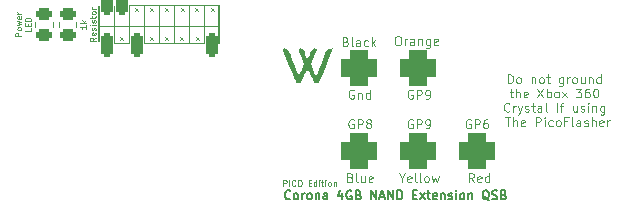
<source format=gto>
%TF.GenerationSoftware,KiCad,Pcbnew,(6.0.1)*%
%TF.CreationDate,2022-03-08T01:07:32-07:00*%
%TF.ProjectId,MShaw_PICO_4gbNandExtensionQSB_V2.5,4d536861-775f-4504-9943-4f5f3467624e,rev?*%
%TF.SameCoordinates,Original*%
%TF.FileFunction,Legend,Top*%
%TF.FilePolarity,Positive*%
%FSLAX46Y46*%
G04 Gerber Fmt 4.6, Leading zero omitted, Abs format (unit mm)*
G04 Created by KiCad (PCBNEW (6.0.1)) date 2022-03-08 01:07:32*
%MOMM*%
%LPD*%
G01*
G04 APERTURE LIST*
G04 Aperture macros list*
%AMRoundRect*
0 Rectangle with rounded corners*
0 $1 Rounding radius*
0 $2 $3 $4 $5 $6 $7 $8 $9 X,Y pos of 4 corners*
0 Add a 4 corners polygon primitive as box body*
4,1,4,$2,$3,$4,$5,$6,$7,$8,$9,$2,$3,0*
0 Add four circle primitives for the rounded corners*
1,1,$1+$1,$2,$3*
1,1,$1+$1,$4,$5*
1,1,$1+$1,$6,$7*
1,1,$1+$1,$8,$9*
0 Add four rect primitives between the rounded corners*
20,1,$1+$1,$2,$3,$4,$5,0*
20,1,$1+$1,$4,$5,$6,$7,0*
20,1,$1+$1,$6,$7,$8,$9,0*
20,1,$1+$1,$8,$9,$2,$3,0*%
G04 Aperture macros list end*
%ADD10C,0.100000*%
%ADD11C,0.150000*%
%ADD12C,0.075000*%
%ADD13C,0.080000*%
%ADD14C,0.093750*%
%ADD15C,0.120000*%
%ADD16RoundRect,0.250000X0.450000X-0.262500X0.450000X0.262500X-0.450000X0.262500X-0.450000X-0.262500X0*%
%ADD17RoundRect,0.250000X0.250000X-0.750000X0.250000X0.750000X-0.250000X0.750000X-0.250000X-0.750000X0*%
%ADD18RoundRect,0.750000X0.750000X-0.750000X0.750000X0.750000X-0.750000X0.750000X-0.750000X-0.750000X0*%
G04 APERTURE END LIST*
D10*
X135235000Y-96150000D02*
X135485000Y-95900000D01*
X139070000Y-95900000D02*
X139320000Y-96150000D01*
X134750000Y-98900000D02*
X139835000Y-98900000D01*
X140370000Y-95900000D02*
X140620000Y-96150000D01*
X133480000Y-98900000D02*
X133485000Y-95675000D01*
X137785000Y-98400000D02*
X138035000Y-98650000D01*
X132695000Y-98400000D02*
X132945000Y-98650000D01*
X137785000Y-98650000D02*
X138035000Y-98400000D01*
D11*
X130940000Y-98720000D02*
X130940000Y-95700000D01*
D10*
X136535000Y-96150000D02*
X136785000Y-95900000D01*
X133985000Y-96150000D02*
X134235000Y-95900000D01*
X138560000Y-98900000D02*
X138560000Y-95700000D01*
X132210000Y-98800000D02*
X132210000Y-95700000D01*
D11*
X141100000Y-98900000D02*
X141090000Y-95710000D01*
D10*
X136535000Y-95900000D02*
X136785000Y-96150000D01*
X137820000Y-95900000D02*
X138070000Y-96150000D01*
X135260000Y-98650000D02*
X135510000Y-98400000D01*
X135235000Y-95900000D02*
X135485000Y-96150000D01*
X133985000Y-95900000D02*
X134235000Y-96150000D01*
X139125000Y-98650000D02*
X139375000Y-98400000D01*
X139070000Y-96150000D02*
X139320000Y-95900000D01*
X130960000Y-97400000D02*
X141100000Y-97400000D01*
X135260000Y-98400000D02*
X135510000Y-98650000D01*
X132210000Y-98900000D02*
X133480000Y-98900000D01*
X137290000Y-98800000D02*
X137290000Y-95675000D01*
X136020000Y-98900000D02*
X136010000Y-95680000D01*
X139125000Y-98400000D02*
X139375000Y-98650000D01*
X137820000Y-96150000D02*
X138070000Y-95900000D01*
X132695000Y-98650000D02*
X132945000Y-98400000D01*
X136510000Y-98400000D02*
X136760000Y-98650000D01*
X136510000Y-98650000D02*
X136760000Y-98400000D01*
X134750000Y-98900000D02*
X134750000Y-95675000D01*
X140370000Y-96150000D02*
X140620000Y-95900000D01*
X141110000Y-95680000D02*
X133510000Y-95675000D01*
X139835000Y-98900000D02*
X139830000Y-95700000D01*
X157464285Y-105375000D02*
X157392857Y-105339285D01*
X157285714Y-105339285D01*
X157178571Y-105375000D01*
X157107142Y-105446428D01*
X157071428Y-105517857D01*
X157035714Y-105660714D01*
X157035714Y-105767857D01*
X157071428Y-105910714D01*
X157107142Y-105982142D01*
X157178571Y-106053571D01*
X157285714Y-106089285D01*
X157357142Y-106089285D01*
X157464285Y-106053571D01*
X157500000Y-106017857D01*
X157500000Y-105767857D01*
X157357142Y-105767857D01*
X157821428Y-106089285D02*
X157821428Y-105339285D01*
X158107142Y-105339285D01*
X158178571Y-105375000D01*
X158214285Y-105410714D01*
X158250000Y-105482142D01*
X158250000Y-105589285D01*
X158214285Y-105660714D01*
X158178571Y-105696428D01*
X158107142Y-105732142D01*
X157821428Y-105732142D01*
X158607142Y-106089285D02*
X158750000Y-106089285D01*
X158821428Y-106053571D01*
X158857142Y-106017857D01*
X158928571Y-105910714D01*
X158964285Y-105767857D01*
X158964285Y-105482142D01*
X158928571Y-105410714D01*
X158892857Y-105375000D01*
X158821428Y-105339285D01*
X158678571Y-105339285D01*
X158607142Y-105375000D01*
X158571428Y-105410714D01*
X158535714Y-105482142D01*
X158535714Y-105660714D01*
X158571428Y-105732142D01*
X158607142Y-105767857D01*
X158678571Y-105803571D01*
X158821428Y-105803571D01*
X158892857Y-105767857D01*
X158928571Y-105732142D01*
X158964285Y-105660714D01*
X156157142Y-98289285D02*
X156300000Y-98289285D01*
X156371428Y-98325000D01*
X156442857Y-98396428D01*
X156478571Y-98539285D01*
X156478571Y-98789285D01*
X156442857Y-98932142D01*
X156371428Y-99003571D01*
X156300000Y-99039285D01*
X156157142Y-99039285D01*
X156085714Y-99003571D01*
X156014285Y-98932142D01*
X155978571Y-98789285D01*
X155978571Y-98539285D01*
X156014285Y-98396428D01*
X156085714Y-98325000D01*
X156157142Y-98289285D01*
X156800000Y-99039285D02*
X156800000Y-98539285D01*
X156800000Y-98682142D02*
X156835714Y-98610714D01*
X156871428Y-98575000D01*
X156942857Y-98539285D01*
X157014285Y-98539285D01*
X157585714Y-99039285D02*
X157585714Y-98646428D01*
X157550000Y-98575000D01*
X157478571Y-98539285D01*
X157335714Y-98539285D01*
X157264285Y-98575000D01*
X157585714Y-99003571D02*
X157514285Y-99039285D01*
X157335714Y-99039285D01*
X157264285Y-99003571D01*
X157228571Y-98932142D01*
X157228571Y-98860714D01*
X157264285Y-98789285D01*
X157335714Y-98753571D01*
X157514285Y-98753571D01*
X157585714Y-98717857D01*
X157942857Y-98539285D02*
X157942857Y-99039285D01*
X157942857Y-98610714D02*
X157978571Y-98575000D01*
X158050000Y-98539285D01*
X158157142Y-98539285D01*
X158228571Y-98575000D01*
X158264285Y-98646428D01*
X158264285Y-99039285D01*
X158942857Y-98539285D02*
X158942857Y-99146428D01*
X158907142Y-99217857D01*
X158871428Y-99253571D01*
X158800000Y-99289285D01*
X158692857Y-99289285D01*
X158621428Y-99253571D01*
X158942857Y-99003571D02*
X158871428Y-99039285D01*
X158728571Y-99039285D01*
X158657142Y-99003571D01*
X158621428Y-98967857D01*
X158585714Y-98896428D01*
X158585714Y-98682142D01*
X158621428Y-98610714D01*
X158657142Y-98575000D01*
X158728571Y-98539285D01*
X158871428Y-98539285D01*
X158942857Y-98575000D01*
X159585714Y-99003571D02*
X159514285Y-99039285D01*
X159371428Y-99039285D01*
X159300000Y-99003571D01*
X159264285Y-98932142D01*
X159264285Y-98646428D01*
X159300000Y-98575000D01*
X159371428Y-98539285D01*
X159514285Y-98539285D01*
X159585714Y-98575000D01*
X159621428Y-98646428D01*
X159621428Y-98717857D01*
X159264285Y-98789285D01*
D11*
X147107142Y-112037857D02*
X147071428Y-112073571D01*
X146964285Y-112109285D01*
X146892857Y-112109285D01*
X146785714Y-112073571D01*
X146714285Y-112002142D01*
X146678571Y-111930714D01*
X146642857Y-111787857D01*
X146642857Y-111680714D01*
X146678571Y-111537857D01*
X146714285Y-111466428D01*
X146785714Y-111395000D01*
X146892857Y-111359285D01*
X146964285Y-111359285D01*
X147071428Y-111395000D01*
X147107142Y-111430714D01*
X147535714Y-112109285D02*
X147464285Y-112073571D01*
X147428571Y-112037857D01*
X147392857Y-111966428D01*
X147392857Y-111752142D01*
X147428571Y-111680714D01*
X147464285Y-111645000D01*
X147535714Y-111609285D01*
X147642857Y-111609285D01*
X147714285Y-111645000D01*
X147750000Y-111680714D01*
X147785714Y-111752142D01*
X147785714Y-111966428D01*
X147750000Y-112037857D01*
X147714285Y-112073571D01*
X147642857Y-112109285D01*
X147535714Y-112109285D01*
X148107142Y-112109285D02*
X148107142Y-111609285D01*
X148107142Y-111752142D02*
X148142857Y-111680714D01*
X148178571Y-111645000D01*
X148250000Y-111609285D01*
X148321428Y-111609285D01*
X148678571Y-112109285D02*
X148607142Y-112073571D01*
X148571428Y-112037857D01*
X148535714Y-111966428D01*
X148535714Y-111752142D01*
X148571428Y-111680714D01*
X148607142Y-111645000D01*
X148678571Y-111609285D01*
X148785714Y-111609285D01*
X148857142Y-111645000D01*
X148892857Y-111680714D01*
X148928571Y-111752142D01*
X148928571Y-111966428D01*
X148892857Y-112037857D01*
X148857142Y-112073571D01*
X148785714Y-112109285D01*
X148678571Y-112109285D01*
X149250000Y-111609285D02*
X149250000Y-112109285D01*
X149250000Y-111680714D02*
X149285714Y-111645000D01*
X149357142Y-111609285D01*
X149464285Y-111609285D01*
X149535714Y-111645000D01*
X149571428Y-111716428D01*
X149571428Y-112109285D01*
X150250000Y-112109285D02*
X150250000Y-111716428D01*
X150214285Y-111645000D01*
X150142857Y-111609285D01*
X150000000Y-111609285D01*
X149928571Y-111645000D01*
X150250000Y-112073571D02*
X150178571Y-112109285D01*
X150000000Y-112109285D01*
X149928571Y-112073571D01*
X149892857Y-112002142D01*
X149892857Y-111930714D01*
X149928571Y-111859285D01*
X150000000Y-111823571D01*
X150178571Y-111823571D01*
X150250000Y-111787857D01*
X151500000Y-111609285D02*
X151500000Y-112109285D01*
X151321428Y-111323571D02*
X151142857Y-111859285D01*
X151607142Y-111859285D01*
X152285714Y-111395000D02*
X152214285Y-111359285D01*
X152107142Y-111359285D01*
X152000000Y-111395000D01*
X151928571Y-111466428D01*
X151892857Y-111537857D01*
X151857142Y-111680714D01*
X151857142Y-111787857D01*
X151892857Y-111930714D01*
X151928571Y-112002142D01*
X152000000Y-112073571D01*
X152107142Y-112109285D01*
X152178571Y-112109285D01*
X152285714Y-112073571D01*
X152321428Y-112037857D01*
X152321428Y-111787857D01*
X152178571Y-111787857D01*
X152892857Y-111716428D02*
X153000000Y-111752142D01*
X153035714Y-111787857D01*
X153071428Y-111859285D01*
X153071428Y-111966428D01*
X153035714Y-112037857D01*
X153000000Y-112073571D01*
X152928571Y-112109285D01*
X152642857Y-112109285D01*
X152642857Y-111359285D01*
X152892857Y-111359285D01*
X152964285Y-111395000D01*
X153000000Y-111430714D01*
X153035714Y-111502142D01*
X153035714Y-111573571D01*
X153000000Y-111645000D01*
X152964285Y-111680714D01*
X152892857Y-111716428D01*
X152642857Y-111716428D01*
X153964285Y-112109285D02*
X153964285Y-111359285D01*
X154392857Y-112109285D01*
X154392857Y-111359285D01*
X154714285Y-111895000D02*
X155071428Y-111895000D01*
X154642857Y-112109285D02*
X154892857Y-111359285D01*
X155142857Y-112109285D01*
X155392857Y-112109285D02*
X155392857Y-111359285D01*
X155821428Y-112109285D01*
X155821428Y-111359285D01*
X156178571Y-112109285D02*
X156178571Y-111359285D01*
X156357142Y-111359285D01*
X156464285Y-111395000D01*
X156535714Y-111466428D01*
X156571428Y-111537857D01*
X156607142Y-111680714D01*
X156607142Y-111787857D01*
X156571428Y-111930714D01*
X156535714Y-112002142D01*
X156464285Y-112073571D01*
X156357142Y-112109285D01*
X156178571Y-112109285D01*
X157500000Y-111716428D02*
X157750000Y-111716428D01*
X157857142Y-112109285D02*
X157500000Y-112109285D01*
X157500000Y-111359285D01*
X157857142Y-111359285D01*
X158107142Y-112109285D02*
X158500000Y-111609285D01*
X158107142Y-111609285D02*
X158500000Y-112109285D01*
X158678571Y-111609285D02*
X158964285Y-111609285D01*
X158785714Y-111359285D02*
X158785714Y-112002142D01*
X158821428Y-112073571D01*
X158892857Y-112109285D01*
X158964285Y-112109285D01*
X159500000Y-112073571D02*
X159428571Y-112109285D01*
X159285714Y-112109285D01*
X159214285Y-112073571D01*
X159178571Y-112002142D01*
X159178571Y-111716428D01*
X159214285Y-111645000D01*
X159285714Y-111609285D01*
X159428571Y-111609285D01*
X159500000Y-111645000D01*
X159535714Y-111716428D01*
X159535714Y-111787857D01*
X159178571Y-111859285D01*
X159857142Y-111609285D02*
X159857142Y-112109285D01*
X159857142Y-111680714D02*
X159892857Y-111645000D01*
X159964285Y-111609285D01*
X160071428Y-111609285D01*
X160142857Y-111645000D01*
X160178571Y-111716428D01*
X160178571Y-112109285D01*
X160500000Y-112073571D02*
X160571428Y-112109285D01*
X160714285Y-112109285D01*
X160785714Y-112073571D01*
X160821428Y-112002142D01*
X160821428Y-111966428D01*
X160785714Y-111895000D01*
X160714285Y-111859285D01*
X160607142Y-111859285D01*
X160535714Y-111823571D01*
X160500000Y-111752142D01*
X160500000Y-111716428D01*
X160535714Y-111645000D01*
X160607142Y-111609285D01*
X160714285Y-111609285D01*
X160785714Y-111645000D01*
X161142857Y-112109285D02*
X161142857Y-111609285D01*
X161142857Y-111359285D02*
X161107142Y-111395000D01*
X161142857Y-111430714D01*
X161178571Y-111395000D01*
X161142857Y-111359285D01*
X161142857Y-111430714D01*
X161607142Y-112109285D02*
X161535714Y-112073571D01*
X161500000Y-112037857D01*
X161464285Y-111966428D01*
X161464285Y-111752142D01*
X161500000Y-111680714D01*
X161535714Y-111645000D01*
X161607142Y-111609285D01*
X161714285Y-111609285D01*
X161785714Y-111645000D01*
X161821428Y-111680714D01*
X161857142Y-111752142D01*
X161857142Y-111966428D01*
X161821428Y-112037857D01*
X161785714Y-112073571D01*
X161714285Y-112109285D01*
X161607142Y-112109285D01*
X162178571Y-111609285D02*
X162178571Y-112109285D01*
X162178571Y-111680714D02*
X162214285Y-111645000D01*
X162285714Y-111609285D01*
X162392857Y-111609285D01*
X162464285Y-111645000D01*
X162500000Y-111716428D01*
X162500000Y-112109285D01*
X163928571Y-112180714D02*
X163857142Y-112145000D01*
X163785714Y-112073571D01*
X163678571Y-111966428D01*
X163607142Y-111930714D01*
X163535714Y-111930714D01*
X163571428Y-112109285D02*
X163500000Y-112073571D01*
X163428571Y-112002142D01*
X163392857Y-111859285D01*
X163392857Y-111609285D01*
X163428571Y-111466428D01*
X163500000Y-111395000D01*
X163571428Y-111359285D01*
X163714285Y-111359285D01*
X163785714Y-111395000D01*
X163857142Y-111466428D01*
X163892857Y-111609285D01*
X163892857Y-111859285D01*
X163857142Y-112002142D01*
X163785714Y-112073571D01*
X163714285Y-112109285D01*
X163571428Y-112109285D01*
X164178571Y-112073571D02*
X164285714Y-112109285D01*
X164464285Y-112109285D01*
X164535714Y-112073571D01*
X164571428Y-112037857D01*
X164607142Y-111966428D01*
X164607142Y-111895000D01*
X164571428Y-111823571D01*
X164535714Y-111787857D01*
X164464285Y-111752142D01*
X164321428Y-111716428D01*
X164250000Y-111680714D01*
X164214285Y-111645000D01*
X164178571Y-111573571D01*
X164178571Y-111502142D01*
X164214285Y-111430714D01*
X164250000Y-111395000D01*
X164321428Y-111359285D01*
X164500000Y-111359285D01*
X164607142Y-111395000D01*
X165178571Y-111716428D02*
X165285714Y-111752142D01*
X165321428Y-111787857D01*
X165357142Y-111859285D01*
X165357142Y-111966428D01*
X165321428Y-112037857D01*
X165285714Y-112073571D01*
X165214285Y-112109285D01*
X164928571Y-112109285D01*
X164928571Y-111359285D01*
X165178571Y-111359285D01*
X165250000Y-111395000D01*
X165285714Y-111430714D01*
X165321428Y-111502142D01*
X165321428Y-111573571D01*
X165285714Y-111645000D01*
X165250000Y-111680714D01*
X165178571Y-111716428D01*
X164928571Y-111716428D01*
D10*
X156553571Y-110282142D02*
X156553571Y-110639285D01*
X156303571Y-109889285D02*
X156553571Y-110282142D01*
X156803571Y-109889285D01*
X157339285Y-110603571D02*
X157267857Y-110639285D01*
X157125000Y-110639285D01*
X157053571Y-110603571D01*
X157017857Y-110532142D01*
X157017857Y-110246428D01*
X157053571Y-110175000D01*
X157125000Y-110139285D01*
X157267857Y-110139285D01*
X157339285Y-110175000D01*
X157375000Y-110246428D01*
X157375000Y-110317857D01*
X157017857Y-110389285D01*
X157803571Y-110639285D02*
X157732142Y-110603571D01*
X157696428Y-110532142D01*
X157696428Y-109889285D01*
X158196428Y-110639285D02*
X158125000Y-110603571D01*
X158089285Y-110532142D01*
X158089285Y-109889285D01*
X158589285Y-110639285D02*
X158517857Y-110603571D01*
X158482142Y-110567857D01*
X158446428Y-110496428D01*
X158446428Y-110282142D01*
X158482142Y-110210714D01*
X158517857Y-110175000D01*
X158589285Y-110139285D01*
X158696428Y-110139285D01*
X158767857Y-110175000D01*
X158803571Y-110210714D01*
X158839285Y-110282142D01*
X158839285Y-110496428D01*
X158803571Y-110567857D01*
X158767857Y-110603571D01*
X158696428Y-110639285D01*
X158589285Y-110639285D01*
X159089285Y-110139285D02*
X159232142Y-110639285D01*
X159375000Y-110282142D01*
X159517857Y-110639285D01*
X159660714Y-110139285D01*
D12*
X146511904Y-110976190D02*
X146511904Y-110476190D01*
X146702380Y-110476190D01*
X146750000Y-110500000D01*
X146773809Y-110523809D01*
X146797619Y-110571428D01*
X146797619Y-110642857D01*
X146773809Y-110690476D01*
X146750000Y-110714285D01*
X146702380Y-110738095D01*
X146511904Y-110738095D01*
X147011904Y-110976190D02*
X147011904Y-110476190D01*
X147535714Y-110928571D02*
X147511904Y-110952380D01*
X147440476Y-110976190D01*
X147392857Y-110976190D01*
X147321428Y-110952380D01*
X147273809Y-110904761D01*
X147250000Y-110857142D01*
X147226190Y-110761904D01*
X147226190Y-110690476D01*
X147250000Y-110595238D01*
X147273809Y-110547619D01*
X147321428Y-110500000D01*
X147392857Y-110476190D01*
X147440476Y-110476190D01*
X147511904Y-110500000D01*
X147535714Y-110523809D01*
X147845238Y-110476190D02*
X147940476Y-110476190D01*
X147988095Y-110500000D01*
X148035714Y-110547619D01*
X148059523Y-110642857D01*
X148059523Y-110809523D01*
X148035714Y-110904761D01*
X147988095Y-110952380D01*
X147940476Y-110976190D01*
X147845238Y-110976190D01*
X147797619Y-110952380D01*
X147750000Y-110904761D01*
X147726190Y-110809523D01*
X147726190Y-110642857D01*
X147750000Y-110547619D01*
X147797619Y-110500000D01*
X147845238Y-110476190D01*
X148654761Y-110714285D02*
X148821428Y-110714285D01*
X148892857Y-110976190D02*
X148654761Y-110976190D01*
X148654761Y-110476190D01*
X148892857Y-110476190D01*
X149321428Y-110976190D02*
X149321428Y-110476190D01*
X149321428Y-110952380D02*
X149273809Y-110976190D01*
X149178571Y-110976190D01*
X149130952Y-110952380D01*
X149107142Y-110928571D01*
X149083333Y-110880952D01*
X149083333Y-110738095D01*
X149107142Y-110690476D01*
X149130952Y-110666666D01*
X149178571Y-110642857D01*
X149273809Y-110642857D01*
X149321428Y-110666666D01*
X149559523Y-110976190D02*
X149559523Y-110642857D01*
X149559523Y-110476190D02*
X149535714Y-110500000D01*
X149559523Y-110523809D01*
X149583333Y-110500000D01*
X149559523Y-110476190D01*
X149559523Y-110523809D01*
X149726190Y-110642857D02*
X149916666Y-110642857D01*
X149797619Y-110476190D02*
X149797619Y-110904761D01*
X149821428Y-110952380D01*
X149869047Y-110976190D01*
X149916666Y-110976190D01*
X150083333Y-110976190D02*
X150083333Y-110642857D01*
X150083333Y-110476190D02*
X150059523Y-110500000D01*
X150083333Y-110523809D01*
X150107142Y-110500000D01*
X150083333Y-110476190D01*
X150083333Y-110523809D01*
X150392857Y-110976190D02*
X150345238Y-110952380D01*
X150321428Y-110928571D01*
X150297619Y-110880952D01*
X150297619Y-110738095D01*
X150321428Y-110690476D01*
X150345238Y-110666666D01*
X150392857Y-110642857D01*
X150464285Y-110642857D01*
X150511904Y-110666666D01*
X150535714Y-110690476D01*
X150559523Y-110738095D01*
X150559523Y-110880952D01*
X150535714Y-110928571D01*
X150511904Y-110952380D01*
X150464285Y-110976190D01*
X150392857Y-110976190D01*
X150773809Y-110642857D02*
X150773809Y-110976190D01*
X150773809Y-110690476D02*
X150797619Y-110666666D01*
X150845238Y-110642857D01*
X150916666Y-110642857D01*
X150964285Y-110666666D01*
X150988095Y-110714285D01*
X150988095Y-110976190D01*
D10*
X165535714Y-102278035D02*
X165535714Y-101528035D01*
X165714285Y-101528035D01*
X165821428Y-101563750D01*
X165892857Y-101635178D01*
X165928571Y-101706607D01*
X165964285Y-101849464D01*
X165964285Y-101956607D01*
X165928571Y-102099464D01*
X165892857Y-102170892D01*
X165821428Y-102242321D01*
X165714285Y-102278035D01*
X165535714Y-102278035D01*
X166392857Y-102278035D02*
X166321428Y-102242321D01*
X166285714Y-102206607D01*
X166250000Y-102135178D01*
X166250000Y-101920892D01*
X166285714Y-101849464D01*
X166321428Y-101813750D01*
X166392857Y-101778035D01*
X166500000Y-101778035D01*
X166571428Y-101813750D01*
X166607142Y-101849464D01*
X166642857Y-101920892D01*
X166642857Y-102135178D01*
X166607142Y-102206607D01*
X166571428Y-102242321D01*
X166500000Y-102278035D01*
X166392857Y-102278035D01*
X167535714Y-101778035D02*
X167535714Y-102278035D01*
X167535714Y-101849464D02*
X167571428Y-101813750D01*
X167642857Y-101778035D01*
X167750000Y-101778035D01*
X167821428Y-101813750D01*
X167857142Y-101885178D01*
X167857142Y-102278035D01*
X168321428Y-102278035D02*
X168250000Y-102242321D01*
X168214285Y-102206607D01*
X168178571Y-102135178D01*
X168178571Y-101920892D01*
X168214285Y-101849464D01*
X168250000Y-101813750D01*
X168321428Y-101778035D01*
X168428571Y-101778035D01*
X168500000Y-101813750D01*
X168535714Y-101849464D01*
X168571428Y-101920892D01*
X168571428Y-102135178D01*
X168535714Y-102206607D01*
X168500000Y-102242321D01*
X168428571Y-102278035D01*
X168321428Y-102278035D01*
X168785714Y-101778035D02*
X169071428Y-101778035D01*
X168892857Y-101528035D02*
X168892857Y-102170892D01*
X168928571Y-102242321D01*
X169000000Y-102278035D01*
X169071428Y-102278035D01*
X170214285Y-101778035D02*
X170214285Y-102385178D01*
X170178571Y-102456607D01*
X170142857Y-102492321D01*
X170071428Y-102528035D01*
X169964285Y-102528035D01*
X169892857Y-102492321D01*
X170214285Y-102242321D02*
X170142857Y-102278035D01*
X170000000Y-102278035D01*
X169928571Y-102242321D01*
X169892857Y-102206607D01*
X169857142Y-102135178D01*
X169857142Y-101920892D01*
X169892857Y-101849464D01*
X169928571Y-101813750D01*
X170000000Y-101778035D01*
X170142857Y-101778035D01*
X170214285Y-101813750D01*
X170571428Y-102278035D02*
X170571428Y-101778035D01*
X170571428Y-101920892D02*
X170607142Y-101849464D01*
X170642857Y-101813750D01*
X170714285Y-101778035D01*
X170785714Y-101778035D01*
X171142857Y-102278035D02*
X171071428Y-102242321D01*
X171035714Y-102206607D01*
X171000000Y-102135178D01*
X171000000Y-101920892D01*
X171035714Y-101849464D01*
X171071428Y-101813750D01*
X171142857Y-101778035D01*
X171250000Y-101778035D01*
X171321428Y-101813750D01*
X171357142Y-101849464D01*
X171392857Y-101920892D01*
X171392857Y-102135178D01*
X171357142Y-102206607D01*
X171321428Y-102242321D01*
X171250000Y-102278035D01*
X171142857Y-102278035D01*
X172035714Y-101778035D02*
X172035714Y-102278035D01*
X171714285Y-101778035D02*
X171714285Y-102170892D01*
X171750000Y-102242321D01*
X171821428Y-102278035D01*
X171928571Y-102278035D01*
X172000000Y-102242321D01*
X172035714Y-102206607D01*
X172392857Y-101778035D02*
X172392857Y-102278035D01*
X172392857Y-101849464D02*
X172428571Y-101813750D01*
X172500000Y-101778035D01*
X172607142Y-101778035D01*
X172678571Y-101813750D01*
X172714285Y-101885178D01*
X172714285Y-102278035D01*
X173392857Y-102278035D02*
X173392857Y-101528035D01*
X173392857Y-102242321D02*
X173321428Y-102278035D01*
X173178571Y-102278035D01*
X173107142Y-102242321D01*
X173071428Y-102206607D01*
X173035714Y-102135178D01*
X173035714Y-101920892D01*
X173071428Y-101849464D01*
X173107142Y-101813750D01*
X173178571Y-101778035D01*
X173321428Y-101778035D01*
X173392857Y-101813750D01*
X165678571Y-102985535D02*
X165964285Y-102985535D01*
X165785714Y-102735535D02*
X165785714Y-103378392D01*
X165821428Y-103449821D01*
X165892857Y-103485535D01*
X165964285Y-103485535D01*
X166214285Y-103485535D02*
X166214285Y-102735535D01*
X166535714Y-103485535D02*
X166535714Y-103092678D01*
X166500000Y-103021250D01*
X166428571Y-102985535D01*
X166321428Y-102985535D01*
X166250000Y-103021250D01*
X166214285Y-103056964D01*
X167178571Y-103449821D02*
X167107142Y-103485535D01*
X166964285Y-103485535D01*
X166892857Y-103449821D01*
X166857142Y-103378392D01*
X166857142Y-103092678D01*
X166892857Y-103021250D01*
X166964285Y-102985535D01*
X167107142Y-102985535D01*
X167178571Y-103021250D01*
X167214285Y-103092678D01*
X167214285Y-103164107D01*
X166857142Y-103235535D01*
X168035714Y-102735535D02*
X168535714Y-103485535D01*
X168535714Y-102735535D02*
X168035714Y-103485535D01*
X168821428Y-103485535D02*
X168821428Y-102735535D01*
X168821428Y-103021250D02*
X168892857Y-102985535D01*
X169035714Y-102985535D01*
X169107142Y-103021250D01*
X169142857Y-103056964D01*
X169178571Y-103128392D01*
X169178571Y-103342678D01*
X169142857Y-103414107D01*
X169107142Y-103449821D01*
X169035714Y-103485535D01*
X168892857Y-103485535D01*
X168821428Y-103449821D01*
X169607142Y-103485535D02*
X169535714Y-103449821D01*
X169500000Y-103414107D01*
X169464285Y-103342678D01*
X169464285Y-103128392D01*
X169500000Y-103056964D01*
X169535714Y-103021250D01*
X169607142Y-102985535D01*
X169714285Y-102985535D01*
X169785714Y-103021250D01*
X169821428Y-103056964D01*
X169857142Y-103128392D01*
X169857142Y-103342678D01*
X169821428Y-103414107D01*
X169785714Y-103449821D01*
X169714285Y-103485535D01*
X169607142Y-103485535D01*
X170107142Y-103485535D02*
X170500000Y-102985535D01*
X170107142Y-102985535D02*
X170500000Y-103485535D01*
X171285714Y-102735535D02*
X171750000Y-102735535D01*
X171500000Y-103021250D01*
X171607142Y-103021250D01*
X171678571Y-103056964D01*
X171714285Y-103092678D01*
X171750000Y-103164107D01*
X171750000Y-103342678D01*
X171714285Y-103414107D01*
X171678571Y-103449821D01*
X171607142Y-103485535D01*
X171392857Y-103485535D01*
X171321428Y-103449821D01*
X171285714Y-103414107D01*
X172392857Y-102735535D02*
X172250000Y-102735535D01*
X172178571Y-102771250D01*
X172142857Y-102806964D01*
X172071428Y-102914107D01*
X172035714Y-103056964D01*
X172035714Y-103342678D01*
X172071428Y-103414107D01*
X172107142Y-103449821D01*
X172178571Y-103485535D01*
X172321428Y-103485535D01*
X172392857Y-103449821D01*
X172428571Y-103414107D01*
X172464285Y-103342678D01*
X172464285Y-103164107D01*
X172428571Y-103092678D01*
X172392857Y-103056964D01*
X172321428Y-103021250D01*
X172178571Y-103021250D01*
X172107142Y-103056964D01*
X172071428Y-103092678D01*
X172035714Y-103164107D01*
X172928571Y-102735535D02*
X173000000Y-102735535D01*
X173071428Y-102771250D01*
X173107142Y-102806964D01*
X173142857Y-102878392D01*
X173178571Y-103021250D01*
X173178571Y-103199821D01*
X173142857Y-103342678D01*
X173107142Y-103414107D01*
X173071428Y-103449821D01*
X173000000Y-103485535D01*
X172928571Y-103485535D01*
X172857142Y-103449821D01*
X172821428Y-103414107D01*
X172785714Y-103342678D01*
X172750000Y-103199821D01*
X172750000Y-103021250D01*
X172785714Y-102878392D01*
X172821428Y-102806964D01*
X172857142Y-102771250D01*
X172928571Y-102735535D01*
X165660714Y-104621607D02*
X165625000Y-104657321D01*
X165517857Y-104693035D01*
X165446428Y-104693035D01*
X165339285Y-104657321D01*
X165267857Y-104585892D01*
X165232142Y-104514464D01*
X165196428Y-104371607D01*
X165196428Y-104264464D01*
X165232142Y-104121607D01*
X165267857Y-104050178D01*
X165339285Y-103978750D01*
X165446428Y-103943035D01*
X165517857Y-103943035D01*
X165625000Y-103978750D01*
X165660714Y-104014464D01*
X165982142Y-104693035D02*
X165982142Y-104193035D01*
X165982142Y-104335892D02*
X166017857Y-104264464D01*
X166053571Y-104228750D01*
X166125000Y-104193035D01*
X166196428Y-104193035D01*
X166375000Y-104193035D02*
X166553571Y-104693035D01*
X166732142Y-104193035D02*
X166553571Y-104693035D01*
X166482142Y-104871607D01*
X166446428Y-104907321D01*
X166375000Y-104943035D01*
X166982142Y-104657321D02*
X167053571Y-104693035D01*
X167196428Y-104693035D01*
X167267857Y-104657321D01*
X167303571Y-104585892D01*
X167303571Y-104550178D01*
X167267857Y-104478750D01*
X167196428Y-104443035D01*
X167089285Y-104443035D01*
X167017857Y-104407321D01*
X166982142Y-104335892D01*
X166982142Y-104300178D01*
X167017857Y-104228750D01*
X167089285Y-104193035D01*
X167196428Y-104193035D01*
X167267857Y-104228750D01*
X167517857Y-104193035D02*
X167803571Y-104193035D01*
X167625000Y-103943035D02*
X167625000Y-104585892D01*
X167660714Y-104657321D01*
X167732142Y-104693035D01*
X167803571Y-104693035D01*
X168375000Y-104693035D02*
X168375000Y-104300178D01*
X168339285Y-104228750D01*
X168267857Y-104193035D01*
X168125000Y-104193035D01*
X168053571Y-104228750D01*
X168375000Y-104657321D02*
X168303571Y-104693035D01*
X168125000Y-104693035D01*
X168053571Y-104657321D01*
X168017857Y-104585892D01*
X168017857Y-104514464D01*
X168053571Y-104443035D01*
X168125000Y-104407321D01*
X168303571Y-104407321D01*
X168375000Y-104371607D01*
X168839285Y-104693035D02*
X168767857Y-104657321D01*
X168732142Y-104585892D01*
X168732142Y-103943035D01*
X169696428Y-104693035D02*
X169696428Y-103943035D01*
X169946428Y-104193035D02*
X170232142Y-104193035D01*
X170053571Y-104693035D02*
X170053571Y-104050178D01*
X170089285Y-103978750D01*
X170160714Y-103943035D01*
X170232142Y-103943035D01*
X171375000Y-104193035D02*
X171375000Y-104693035D01*
X171053571Y-104193035D02*
X171053571Y-104585892D01*
X171089285Y-104657321D01*
X171160714Y-104693035D01*
X171267857Y-104693035D01*
X171339285Y-104657321D01*
X171375000Y-104621607D01*
X171696428Y-104657321D02*
X171767857Y-104693035D01*
X171910714Y-104693035D01*
X171982142Y-104657321D01*
X172017857Y-104585892D01*
X172017857Y-104550178D01*
X171982142Y-104478750D01*
X171910714Y-104443035D01*
X171803571Y-104443035D01*
X171732142Y-104407321D01*
X171696428Y-104335892D01*
X171696428Y-104300178D01*
X171732142Y-104228750D01*
X171803571Y-104193035D01*
X171910714Y-104193035D01*
X171982142Y-104228750D01*
X172339285Y-104693035D02*
X172339285Y-104193035D01*
X172339285Y-103943035D02*
X172303571Y-103978750D01*
X172339285Y-104014464D01*
X172375000Y-103978750D01*
X172339285Y-103943035D01*
X172339285Y-104014464D01*
X172696428Y-104193035D02*
X172696428Y-104693035D01*
X172696428Y-104264464D02*
X172732142Y-104228750D01*
X172803571Y-104193035D01*
X172910714Y-104193035D01*
X172982142Y-104228750D01*
X173017857Y-104300178D01*
X173017857Y-104693035D01*
X173696428Y-104193035D02*
X173696428Y-104800178D01*
X173660714Y-104871607D01*
X173625000Y-104907321D01*
X173553571Y-104943035D01*
X173446428Y-104943035D01*
X173375000Y-104907321D01*
X173696428Y-104657321D02*
X173625000Y-104693035D01*
X173482142Y-104693035D01*
X173410714Y-104657321D01*
X173375000Y-104621607D01*
X173339285Y-104550178D01*
X173339285Y-104335892D01*
X173375000Y-104264464D01*
X173410714Y-104228750D01*
X173482142Y-104193035D01*
X173625000Y-104193035D01*
X173696428Y-104228750D01*
X165321428Y-105150535D02*
X165750000Y-105150535D01*
X165535714Y-105900535D02*
X165535714Y-105150535D01*
X166000000Y-105900535D02*
X166000000Y-105150535D01*
X166321428Y-105900535D02*
X166321428Y-105507678D01*
X166285714Y-105436250D01*
X166214285Y-105400535D01*
X166107142Y-105400535D01*
X166035714Y-105436250D01*
X166000000Y-105471964D01*
X166964285Y-105864821D02*
X166892857Y-105900535D01*
X166750000Y-105900535D01*
X166678571Y-105864821D01*
X166642857Y-105793392D01*
X166642857Y-105507678D01*
X166678571Y-105436250D01*
X166750000Y-105400535D01*
X166892857Y-105400535D01*
X166964285Y-105436250D01*
X167000000Y-105507678D01*
X167000000Y-105579107D01*
X166642857Y-105650535D01*
X167892857Y-105900535D02*
X167892857Y-105150535D01*
X168178571Y-105150535D01*
X168250000Y-105186250D01*
X168285714Y-105221964D01*
X168321428Y-105293392D01*
X168321428Y-105400535D01*
X168285714Y-105471964D01*
X168250000Y-105507678D01*
X168178571Y-105543392D01*
X167892857Y-105543392D01*
X168642857Y-105900535D02*
X168642857Y-105400535D01*
X168642857Y-105150535D02*
X168607142Y-105186250D01*
X168642857Y-105221964D01*
X168678571Y-105186250D01*
X168642857Y-105150535D01*
X168642857Y-105221964D01*
X169321428Y-105864821D02*
X169250000Y-105900535D01*
X169107142Y-105900535D01*
X169035714Y-105864821D01*
X169000000Y-105829107D01*
X168964285Y-105757678D01*
X168964285Y-105543392D01*
X169000000Y-105471964D01*
X169035714Y-105436250D01*
X169107142Y-105400535D01*
X169250000Y-105400535D01*
X169321428Y-105436250D01*
X169750000Y-105900535D02*
X169678571Y-105864821D01*
X169642857Y-105829107D01*
X169607142Y-105757678D01*
X169607142Y-105543392D01*
X169642857Y-105471964D01*
X169678571Y-105436250D01*
X169750000Y-105400535D01*
X169857142Y-105400535D01*
X169928571Y-105436250D01*
X169964285Y-105471964D01*
X170000000Y-105543392D01*
X170000000Y-105757678D01*
X169964285Y-105829107D01*
X169928571Y-105864821D01*
X169857142Y-105900535D01*
X169750000Y-105900535D01*
X170571428Y-105507678D02*
X170321428Y-105507678D01*
X170321428Y-105900535D02*
X170321428Y-105150535D01*
X170678571Y-105150535D01*
X171071428Y-105900535D02*
X171000000Y-105864821D01*
X170964285Y-105793392D01*
X170964285Y-105150535D01*
X171678571Y-105900535D02*
X171678571Y-105507678D01*
X171642857Y-105436250D01*
X171571428Y-105400535D01*
X171428571Y-105400535D01*
X171357142Y-105436250D01*
X171678571Y-105864821D02*
X171607142Y-105900535D01*
X171428571Y-105900535D01*
X171357142Y-105864821D01*
X171321428Y-105793392D01*
X171321428Y-105721964D01*
X171357142Y-105650535D01*
X171428571Y-105614821D01*
X171607142Y-105614821D01*
X171678571Y-105579107D01*
X172000000Y-105864821D02*
X172071428Y-105900535D01*
X172214285Y-105900535D01*
X172285714Y-105864821D01*
X172321428Y-105793392D01*
X172321428Y-105757678D01*
X172285714Y-105686250D01*
X172214285Y-105650535D01*
X172107142Y-105650535D01*
X172035714Y-105614821D01*
X172000000Y-105543392D01*
X172000000Y-105507678D01*
X172035714Y-105436250D01*
X172107142Y-105400535D01*
X172214285Y-105400535D01*
X172285714Y-105436250D01*
X172642857Y-105900535D02*
X172642857Y-105150535D01*
X172964285Y-105900535D02*
X172964285Y-105507678D01*
X172928571Y-105436250D01*
X172857142Y-105400535D01*
X172750000Y-105400535D01*
X172678571Y-105436250D01*
X172642857Y-105471964D01*
X173607142Y-105864821D02*
X173535714Y-105900535D01*
X173392857Y-105900535D01*
X173321428Y-105864821D01*
X173285714Y-105793392D01*
X173285714Y-105507678D01*
X173321428Y-105436250D01*
X173392857Y-105400535D01*
X173535714Y-105400535D01*
X173607142Y-105436250D01*
X173642857Y-105507678D01*
X173642857Y-105579107D01*
X173285714Y-105650535D01*
X173964285Y-105900535D02*
X173964285Y-105400535D01*
X173964285Y-105543392D02*
X174000000Y-105471964D01*
X174035714Y-105436250D01*
X174107142Y-105400535D01*
X174178571Y-105400535D01*
X162374285Y-105375000D02*
X162302857Y-105339285D01*
X162195714Y-105339285D01*
X162088571Y-105375000D01*
X162017142Y-105446428D01*
X161981428Y-105517857D01*
X161945714Y-105660714D01*
X161945714Y-105767857D01*
X161981428Y-105910714D01*
X162017142Y-105982142D01*
X162088571Y-106053571D01*
X162195714Y-106089285D01*
X162267142Y-106089285D01*
X162374285Y-106053571D01*
X162410000Y-106017857D01*
X162410000Y-105767857D01*
X162267142Y-105767857D01*
X162731428Y-106089285D02*
X162731428Y-105339285D01*
X163017142Y-105339285D01*
X163088571Y-105375000D01*
X163124285Y-105410714D01*
X163160000Y-105482142D01*
X163160000Y-105589285D01*
X163124285Y-105660714D01*
X163088571Y-105696428D01*
X163017142Y-105732142D01*
X162731428Y-105732142D01*
X163802857Y-105339285D02*
X163660000Y-105339285D01*
X163588571Y-105375000D01*
X163552857Y-105410714D01*
X163481428Y-105517857D01*
X163445714Y-105660714D01*
X163445714Y-105946428D01*
X163481428Y-106017857D01*
X163517142Y-106053571D01*
X163588571Y-106089285D01*
X163731428Y-106089285D01*
X163802857Y-106053571D01*
X163838571Y-106017857D01*
X163874285Y-105946428D01*
X163874285Y-105767857D01*
X163838571Y-105696428D01*
X163802857Y-105660714D01*
X163731428Y-105625000D01*
X163588571Y-105625000D01*
X163517142Y-105660714D01*
X163481428Y-105696428D01*
X163445714Y-105767857D01*
D13*
X129833690Y-97359523D02*
X129833690Y-97645238D01*
X129833690Y-97502380D02*
X129333690Y-97502380D01*
X129405119Y-97550000D01*
X129452738Y-97597619D01*
X129476547Y-97645238D01*
X129833690Y-97145238D02*
X129333690Y-97145238D01*
X129643214Y-97097619D02*
X129833690Y-96954761D01*
X129500357Y-96954761D02*
X129690833Y-97145238D01*
X130638690Y-98407142D02*
X130400595Y-98573809D01*
X130638690Y-98692857D02*
X130138690Y-98692857D01*
X130138690Y-98502380D01*
X130162500Y-98454761D01*
X130186309Y-98430952D01*
X130233928Y-98407142D01*
X130305357Y-98407142D01*
X130352976Y-98430952D01*
X130376785Y-98454761D01*
X130400595Y-98502380D01*
X130400595Y-98692857D01*
X130614880Y-98002380D02*
X130638690Y-98050000D01*
X130638690Y-98145238D01*
X130614880Y-98192857D01*
X130567261Y-98216666D01*
X130376785Y-98216666D01*
X130329166Y-98192857D01*
X130305357Y-98145238D01*
X130305357Y-98050000D01*
X130329166Y-98002380D01*
X130376785Y-97978571D01*
X130424404Y-97978571D01*
X130472023Y-98216666D01*
X130614880Y-97788095D02*
X130638690Y-97740476D01*
X130638690Y-97645238D01*
X130614880Y-97597619D01*
X130567261Y-97573809D01*
X130543452Y-97573809D01*
X130495833Y-97597619D01*
X130472023Y-97645238D01*
X130472023Y-97716666D01*
X130448214Y-97764285D01*
X130400595Y-97788095D01*
X130376785Y-97788095D01*
X130329166Y-97764285D01*
X130305357Y-97716666D01*
X130305357Y-97645238D01*
X130329166Y-97597619D01*
X130638690Y-97359523D02*
X130305357Y-97359523D01*
X130138690Y-97359523D02*
X130162500Y-97383333D01*
X130186309Y-97359523D01*
X130162500Y-97335714D01*
X130138690Y-97359523D01*
X130186309Y-97359523D01*
X130614880Y-97145238D02*
X130638690Y-97097619D01*
X130638690Y-97002380D01*
X130614880Y-96954761D01*
X130567261Y-96930952D01*
X130543452Y-96930952D01*
X130495833Y-96954761D01*
X130472023Y-97002380D01*
X130472023Y-97073809D01*
X130448214Y-97121428D01*
X130400595Y-97145238D01*
X130376785Y-97145238D01*
X130329166Y-97121428D01*
X130305357Y-97073809D01*
X130305357Y-97002380D01*
X130329166Y-96954761D01*
X130305357Y-96788095D02*
X130305357Y-96597619D01*
X130138690Y-96716666D02*
X130567261Y-96716666D01*
X130614880Y-96692857D01*
X130638690Y-96645238D01*
X130638690Y-96597619D01*
X130638690Y-96359523D02*
X130614880Y-96407142D01*
X130591071Y-96430952D01*
X130543452Y-96454761D01*
X130400595Y-96454761D01*
X130352976Y-96430952D01*
X130329166Y-96407142D01*
X130305357Y-96359523D01*
X130305357Y-96288095D01*
X130329166Y-96240476D01*
X130352976Y-96216666D01*
X130400595Y-96192857D01*
X130543452Y-96192857D01*
X130591071Y-96216666D01*
X130614880Y-96240476D01*
X130638690Y-96288095D01*
X130638690Y-96359523D01*
X130638690Y-95978571D02*
X130305357Y-95978571D01*
X130400595Y-95978571D02*
X130352976Y-95954761D01*
X130329166Y-95930952D01*
X130305357Y-95883333D01*
X130305357Y-95835714D01*
D10*
X162671428Y-110639285D02*
X162421428Y-110282142D01*
X162242857Y-110639285D02*
X162242857Y-109889285D01*
X162528571Y-109889285D01*
X162600000Y-109925000D01*
X162635714Y-109960714D01*
X162671428Y-110032142D01*
X162671428Y-110139285D01*
X162635714Y-110210714D01*
X162600000Y-110246428D01*
X162528571Y-110282142D01*
X162242857Y-110282142D01*
X163278571Y-110603571D02*
X163207142Y-110639285D01*
X163064285Y-110639285D01*
X162992857Y-110603571D01*
X162957142Y-110532142D01*
X162957142Y-110246428D01*
X162992857Y-110175000D01*
X163064285Y-110139285D01*
X163207142Y-110139285D01*
X163278571Y-110175000D01*
X163314285Y-110246428D01*
X163314285Y-110317857D01*
X162957142Y-110389285D01*
X163957142Y-110639285D02*
X163957142Y-109889285D01*
X163957142Y-110603571D02*
X163885714Y-110639285D01*
X163742857Y-110639285D01*
X163671428Y-110603571D01*
X163635714Y-110567857D01*
X163600000Y-110496428D01*
X163600000Y-110282142D01*
X163635714Y-110210714D01*
X163671428Y-110175000D01*
X163742857Y-110139285D01*
X163885714Y-110139285D01*
X163957142Y-110175000D01*
X152196428Y-110246428D02*
X152303571Y-110282142D01*
X152339285Y-110317857D01*
X152375000Y-110389285D01*
X152375000Y-110496428D01*
X152339285Y-110567857D01*
X152303571Y-110603571D01*
X152232142Y-110639285D01*
X151946428Y-110639285D01*
X151946428Y-109889285D01*
X152196428Y-109889285D01*
X152267857Y-109925000D01*
X152303571Y-109960714D01*
X152339285Y-110032142D01*
X152339285Y-110103571D01*
X152303571Y-110175000D01*
X152267857Y-110210714D01*
X152196428Y-110246428D01*
X151946428Y-110246428D01*
X152803571Y-110639285D02*
X152732142Y-110603571D01*
X152696428Y-110532142D01*
X152696428Y-109889285D01*
X153410714Y-110139285D02*
X153410714Y-110639285D01*
X153089285Y-110139285D02*
X153089285Y-110532142D01*
X153125000Y-110603571D01*
X153196428Y-110639285D01*
X153303571Y-110639285D01*
X153375000Y-110603571D01*
X153410714Y-110567857D01*
X154053571Y-110603571D02*
X153982142Y-110639285D01*
X153839285Y-110639285D01*
X153767857Y-110603571D01*
X153732142Y-110532142D01*
X153732142Y-110246428D01*
X153767857Y-110175000D01*
X153839285Y-110139285D01*
X153982142Y-110139285D01*
X154053571Y-110175000D01*
X154089285Y-110246428D01*
X154089285Y-110317857D01*
X153732142Y-110389285D01*
X157464285Y-102875000D02*
X157392857Y-102839285D01*
X157285714Y-102839285D01*
X157178571Y-102875000D01*
X157107142Y-102946428D01*
X157071428Y-103017857D01*
X157035714Y-103160714D01*
X157035714Y-103267857D01*
X157071428Y-103410714D01*
X157107142Y-103482142D01*
X157178571Y-103553571D01*
X157285714Y-103589285D01*
X157357142Y-103589285D01*
X157464285Y-103553571D01*
X157500000Y-103517857D01*
X157500000Y-103267857D01*
X157357142Y-103267857D01*
X157821428Y-103589285D02*
X157821428Y-102839285D01*
X158107142Y-102839285D01*
X158178571Y-102875000D01*
X158214285Y-102910714D01*
X158250000Y-102982142D01*
X158250000Y-103089285D01*
X158214285Y-103160714D01*
X158178571Y-103196428D01*
X158107142Y-103232142D01*
X157821428Y-103232142D01*
X158607142Y-103589285D02*
X158750000Y-103589285D01*
X158821428Y-103553571D01*
X158857142Y-103517857D01*
X158928571Y-103410714D01*
X158964285Y-103267857D01*
X158964285Y-102982142D01*
X158928571Y-102910714D01*
X158892857Y-102875000D01*
X158821428Y-102839285D01*
X158678571Y-102839285D01*
X158607142Y-102875000D01*
X158571428Y-102910714D01*
X158535714Y-102982142D01*
X158535714Y-103160714D01*
X158571428Y-103232142D01*
X158607142Y-103267857D01*
X158678571Y-103303571D01*
X158821428Y-103303571D01*
X158892857Y-103267857D01*
X158928571Y-103232142D01*
X158964285Y-103160714D01*
D13*
X124333690Y-98288095D02*
X123833690Y-98288095D01*
X123833690Y-98097619D01*
X123857500Y-98050000D01*
X123881309Y-98026190D01*
X123928928Y-98002380D01*
X124000357Y-98002380D01*
X124047976Y-98026190D01*
X124071785Y-98050000D01*
X124095595Y-98097619D01*
X124095595Y-98288095D01*
X124333690Y-97716666D02*
X124309880Y-97764285D01*
X124286071Y-97788095D01*
X124238452Y-97811904D01*
X124095595Y-97811904D01*
X124047976Y-97788095D01*
X124024166Y-97764285D01*
X124000357Y-97716666D01*
X124000357Y-97645238D01*
X124024166Y-97597619D01*
X124047976Y-97573809D01*
X124095595Y-97550000D01*
X124238452Y-97550000D01*
X124286071Y-97573809D01*
X124309880Y-97597619D01*
X124333690Y-97645238D01*
X124333690Y-97716666D01*
X124000357Y-97383333D02*
X124333690Y-97288095D01*
X124095595Y-97192857D01*
X124333690Y-97097619D01*
X124000357Y-97002380D01*
X124309880Y-96621428D02*
X124333690Y-96669047D01*
X124333690Y-96764285D01*
X124309880Y-96811904D01*
X124262261Y-96835714D01*
X124071785Y-96835714D01*
X124024166Y-96811904D01*
X124000357Y-96764285D01*
X124000357Y-96669047D01*
X124024166Y-96621428D01*
X124071785Y-96597619D01*
X124119404Y-96597619D01*
X124167023Y-96835714D01*
X124333690Y-96383333D02*
X124000357Y-96383333D01*
X124095595Y-96383333D02*
X124047976Y-96359523D01*
X124024166Y-96335714D01*
X124000357Y-96288095D01*
X124000357Y-96240476D01*
X125138690Y-97621428D02*
X125138690Y-97859523D01*
X124638690Y-97859523D01*
X124876785Y-97454761D02*
X124876785Y-97288095D01*
X125138690Y-97216666D02*
X125138690Y-97454761D01*
X124638690Y-97454761D01*
X124638690Y-97216666D01*
X125138690Y-97002380D02*
X124638690Y-97002380D01*
X124638690Y-96883333D01*
X124662500Y-96811904D01*
X124710119Y-96764285D01*
X124757738Y-96740476D01*
X124852976Y-96716666D01*
X124924404Y-96716666D01*
X125019642Y-96740476D01*
X125067261Y-96764285D01*
X125114880Y-96811904D01*
X125138690Y-96883333D01*
X125138690Y-97002380D01*
D10*
X152464285Y-105375000D02*
X152392857Y-105339285D01*
X152285714Y-105339285D01*
X152178571Y-105375000D01*
X152107142Y-105446428D01*
X152071428Y-105517857D01*
X152035714Y-105660714D01*
X152035714Y-105767857D01*
X152071428Y-105910714D01*
X152107142Y-105982142D01*
X152178571Y-106053571D01*
X152285714Y-106089285D01*
X152357142Y-106089285D01*
X152464285Y-106053571D01*
X152500000Y-106017857D01*
X152500000Y-105767857D01*
X152357142Y-105767857D01*
X152821428Y-106089285D02*
X152821428Y-105339285D01*
X153107142Y-105339285D01*
X153178571Y-105375000D01*
X153214285Y-105410714D01*
X153250000Y-105482142D01*
X153250000Y-105589285D01*
X153214285Y-105660714D01*
X153178571Y-105696428D01*
X153107142Y-105732142D01*
X152821428Y-105732142D01*
X153678571Y-105660714D02*
X153607142Y-105625000D01*
X153571428Y-105589285D01*
X153535714Y-105517857D01*
X153535714Y-105482142D01*
X153571428Y-105410714D01*
X153607142Y-105375000D01*
X153678571Y-105339285D01*
X153821428Y-105339285D01*
X153892857Y-105375000D01*
X153928571Y-105410714D01*
X153964285Y-105482142D01*
X153964285Y-105517857D01*
X153928571Y-105589285D01*
X153892857Y-105625000D01*
X153821428Y-105660714D01*
X153678571Y-105660714D01*
X153607142Y-105696428D01*
X153571428Y-105732142D01*
X153535714Y-105803571D01*
X153535714Y-105946428D01*
X153571428Y-106017857D01*
X153607142Y-106053571D01*
X153678571Y-106089285D01*
X153821428Y-106089285D01*
X153892857Y-106053571D01*
X153928571Y-106017857D01*
X153964285Y-105946428D01*
X153964285Y-105803571D01*
X153928571Y-105732142D01*
X153892857Y-105696428D01*
X153821428Y-105660714D01*
X151792857Y-98746428D02*
X151900000Y-98782142D01*
X151935714Y-98817857D01*
X151971428Y-98889285D01*
X151971428Y-98996428D01*
X151935714Y-99067857D01*
X151900000Y-99103571D01*
X151828571Y-99139285D01*
X151542857Y-99139285D01*
X151542857Y-98389285D01*
X151792857Y-98389285D01*
X151864285Y-98425000D01*
X151900000Y-98460714D01*
X151935714Y-98532142D01*
X151935714Y-98603571D01*
X151900000Y-98675000D01*
X151864285Y-98710714D01*
X151792857Y-98746428D01*
X151542857Y-98746428D01*
X152400000Y-99139285D02*
X152328571Y-99103571D01*
X152292857Y-99032142D01*
X152292857Y-98389285D01*
X153007142Y-99139285D02*
X153007142Y-98746428D01*
X152971428Y-98675000D01*
X152900000Y-98639285D01*
X152757142Y-98639285D01*
X152685714Y-98675000D01*
X153007142Y-99103571D02*
X152935714Y-99139285D01*
X152757142Y-99139285D01*
X152685714Y-99103571D01*
X152650000Y-99032142D01*
X152650000Y-98960714D01*
X152685714Y-98889285D01*
X152757142Y-98853571D01*
X152935714Y-98853571D01*
X153007142Y-98817857D01*
X153685714Y-99103571D02*
X153614285Y-99139285D01*
X153471428Y-99139285D01*
X153400000Y-99103571D01*
X153364285Y-99067857D01*
X153328571Y-98996428D01*
X153328571Y-98782142D01*
X153364285Y-98710714D01*
X153400000Y-98675000D01*
X153471428Y-98639285D01*
X153614285Y-98639285D01*
X153685714Y-98675000D01*
X154007142Y-99139285D02*
X154007142Y-98389285D01*
X154078571Y-98853571D02*
X154292857Y-99139285D01*
X154292857Y-98639285D02*
X154007142Y-98925000D01*
D14*
X152477857Y-102875000D02*
X152406428Y-102839285D01*
X152299285Y-102839285D01*
X152192142Y-102875000D01*
X152120714Y-102946428D01*
X152085000Y-103017857D01*
X152049285Y-103160714D01*
X152049285Y-103267857D01*
X152085000Y-103410714D01*
X152120714Y-103482142D01*
X152192142Y-103553571D01*
X152299285Y-103589285D01*
X152370714Y-103589285D01*
X152477857Y-103553571D01*
X152513571Y-103517857D01*
X152513571Y-103267857D01*
X152370714Y-103267857D01*
X152835000Y-103089285D02*
X152835000Y-103589285D01*
X152835000Y-103160714D02*
X152870714Y-103125000D01*
X152942142Y-103089285D01*
X153049285Y-103089285D01*
X153120714Y-103125000D01*
X153156428Y-103196428D01*
X153156428Y-103589285D01*
X153835000Y-103589285D02*
X153835000Y-102839285D01*
X153835000Y-103553571D02*
X153763571Y-103589285D01*
X153620714Y-103589285D01*
X153549285Y-103553571D01*
X153513571Y-103517857D01*
X153477857Y-103446428D01*
X153477857Y-103232142D01*
X153513571Y-103160714D01*
X153549285Y-103125000D01*
X153620714Y-103089285D01*
X153763571Y-103089285D01*
X153835000Y-103125000D01*
D15*
%TO.C,R1*%
X127525000Y-97527064D02*
X127525000Y-97072936D01*
X128995000Y-97527064D02*
X128995000Y-97072936D01*
%TO.C,G\u002A\u002A\u002A*%
G36*
X150393174Y-100173640D02*
G01*
X150210398Y-100614554D01*
X150017694Y-101079534D01*
X149845979Y-101493973D01*
X149782313Y-101647675D01*
X149639636Y-101972004D01*
X149528640Y-102163621D01*
X149426516Y-102253787D01*
X149325298Y-102274035D01*
X149210280Y-102246995D01*
X149107714Y-102144653D01*
X148994140Y-101935176D01*
X148879788Y-101669555D01*
X148754681Y-101380711D01*
X148649409Y-101166913D01*
X148583645Y-101067504D01*
X148577407Y-101064793D01*
X148521063Y-101138586D01*
X148421597Y-101334060D01*
X148298677Y-101611917D01*
X148275026Y-101668992D01*
X148133874Y-101989718D01*
X148022001Y-102176436D01*
X147917073Y-102260039D01*
X147837833Y-102273754D01*
X147667688Y-102244577D01*
X147603742Y-102201544D01*
X147557156Y-102100531D01*
X147457382Y-101868268D01*
X147316540Y-101533476D01*
X147146745Y-101124878D01*
X147029680Y-100840830D01*
X146847334Y-100397098D01*
X146686384Y-100005614D01*
X146559049Y-99696087D01*
X146477550Y-99498227D01*
X146455378Y-99444614D01*
X146489070Y-99361791D01*
X146667462Y-99336620D01*
X146772840Y-99343121D01*
X146857435Y-99379550D01*
X146936640Y-99471298D01*
X147025852Y-99643755D01*
X147140465Y-99922312D01*
X147295874Y-100332360D01*
X147335357Y-100438151D01*
X147490585Y-100847358D01*
X147628699Y-101198398D01*
X147736728Y-101459233D01*
X147801698Y-101597826D01*
X147809703Y-101609631D01*
X147871652Y-101574126D01*
X147970509Y-101412413D01*
X148073957Y-101185140D01*
X148274635Y-100690701D01*
X148072799Y-100121654D01*
X147965966Y-99820781D01*
X147879467Y-99577771D01*
X147831935Y-99444970D01*
X147831806Y-99444614D01*
X147869845Y-99359277D01*
X148003846Y-99336620D01*
X148134240Y-99361564D01*
X148232482Y-99461827D01*
X148328510Y-99675556D01*
X148376403Y-99811334D01*
X148470383Y-100053390D01*
X148550560Y-100199891D01*
X148592142Y-100221708D01*
X148651494Y-100108623D01*
X148742361Y-99891837D01*
X148797539Y-99746994D01*
X148906536Y-99493942D01*
X149013025Y-99370287D01*
X149151534Y-99336651D01*
X149157396Y-99336620D01*
X149316403Y-99344269D01*
X149365920Y-99358219D01*
X149336707Y-99442908D01*
X149259440Y-99648497D01*
X149149193Y-99935042D01*
X149116696Y-100018622D01*
X148867789Y-100657427D01*
X149045135Y-101098554D01*
X149153930Y-101356108D01*
X149243892Y-101546306D01*
X149280736Y-101608134D01*
X149330101Y-101557067D01*
X149426355Y-101370275D01*
X149557291Y-101074405D01*
X149710705Y-100696102D01*
X149775427Y-100528202D01*
X149948799Y-100076194D01*
X150077143Y-99760749D01*
X150175643Y-99556471D01*
X150259485Y-99437968D01*
X150343854Y-99379843D01*
X150443937Y-99356702D01*
X150478242Y-99352892D01*
X150744623Y-99325966D01*
X150393174Y-100173640D01*
G37*
%TO.C,D1*%
X126995000Y-97527064D02*
X126995000Y-97072936D01*
X125525000Y-97527064D02*
X125525000Y-97072936D01*
%TD*%
%LPC*%
D16*
%TO.C,R1*%
X128260000Y-98212500D03*
X128260000Y-96387500D03*
%TD*%
D17*
%TO.C,J3*%
X131570000Y-95500000D03*
X132840000Y-95500000D03*
%TD*%
D18*
%TO.C,J4*%
X152910000Y-108000000D03*
X152910000Y-101000000D03*
X157910000Y-108000000D03*
X157910000Y-101000000D03*
X162910000Y-108000000D03*
%TD*%
D16*
%TO.C,D1*%
X126260000Y-98212500D03*
X126260000Y-96387500D03*
%TD*%
D17*
%TO.C,J1*%
X131570000Y-99050000D03*
X134110000Y-99050000D03*
X140460000Y-99050000D03*
%TD*%
M02*

</source>
